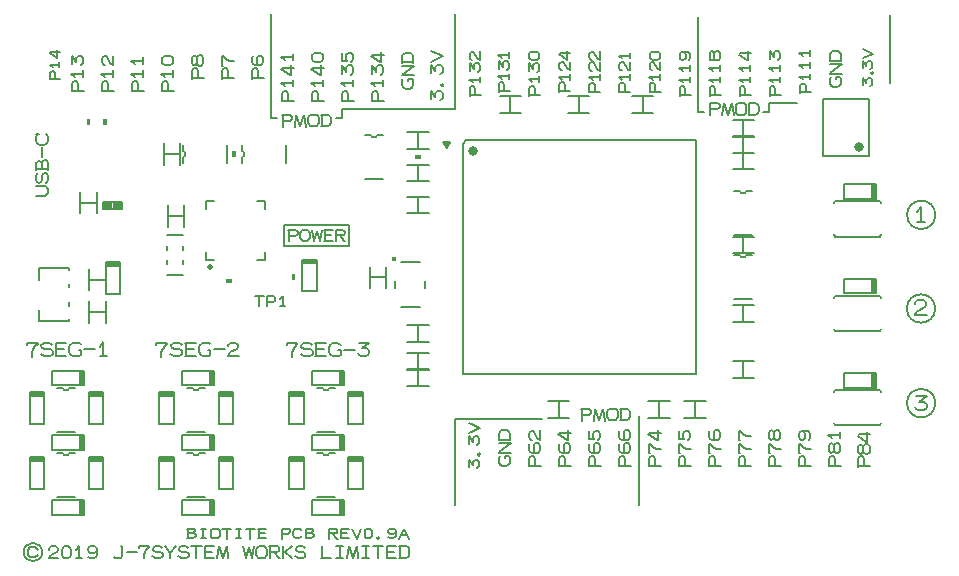
<source format=gto>
G71*G90*G75*D02*
%ASAXBY*OFA0B0*MOMM*FSLAX43Y43*IPPOS*%
%ADD12C,0.150*%
%ADD13C,0.200*%
%ADD18C,0.450*%
%ADD19C,0.500*%
%ADD24C,0.800*%
%ADD34C,0.175*%
%ADD36R,0.300X0.300*%
G54D36*
G01X146881Y183020D02*
Y183220D01*
X148241Y183020D02*
Y183220D01*
G54D13*
X149564Y175800D02*
Y176400D01*
X149374Y175800D02*
Y176400D01*
X149184Y175800D02*
Y176400D01*
X148994Y175800D02*
Y176400D01*
X148804Y175800D02*
Y176400D01*
X148614Y175800D02*
Y176400D01*
X148424Y175800D02*
Y176400D01*
X148234Y175800D02*
Y176400D01*
X148107D02*
Y175800D01*
X149707Y176400D02*
X148107D01*
X149707Y175800D02*
Y176400D01*
X148107Y175800D02*
X149707D01*
G54D12*
X146181Y175421D02*
Y177221D01*
X147581Y176321D02*
X146181D01*
X147581Y175421D02*
Y177221D01*
X143780Y156608D02*
Y155408D01*
X146180Y155514D02*
X146480D01*
X146180Y155656D02*
X146480D01*
X146180Y155798D02*
X146480D01*
X146180Y155940D02*
X146480D01*
X146180Y156082D02*
X146480D01*
X146180Y156224D02*
X146480D01*
X146180Y156366D02*
X146480D01*
X146180Y156508D02*
X146480D01*
Y156608D02*
Y155408D01*
X146180Y156608D02*
X146480D01*
X146180Y155408D02*
X146480D01*
X146180Y156608D02*
Y155408D01*
Y156608D02*
X143780D01*
Y155408D02*
X146180D01*
X144229Y160599D02*
X144729D01*
X144829Y160449D01*
X145229Y160599D02*
X145129Y160449D01*
X144829D01*
X145729Y160599D02*
X145229D01*
X145729Y156899D02*
X144229D01*
X146872Y157550D02*
X148072D01*
X147966Y159950D02*
Y160250D01*
X147824Y159950D02*
Y160250D01*
X147682Y159950D02*
Y160250D01*
X147540Y159950D02*
Y160250D01*
X147398Y159950D02*
Y160250D01*
X147256Y159950D02*
Y160250D01*
X147114Y159950D02*
Y160250D01*
X146972Y159950D02*
Y160250D01*
X146872D02*
X148072D01*
X146872Y159950D02*
Y160250D01*
X148072Y159950D02*
Y160250D01*
X146872Y159950D02*
X148072D01*
X146872D02*
Y157550D01*
X148072D02*
Y159950D01*
X141872Y157550D02*
X143072D01*
X142966Y159950D02*
Y160250D01*
X142824Y159950D02*
Y160250D01*
X142682Y159950D02*
Y160250D01*
X142540Y159950D02*
Y160250D01*
X142398Y159950D02*
Y160250D01*
X142256Y159950D02*
Y160250D01*
X142114Y159950D02*
Y160250D01*
X141972Y159950D02*
Y160250D01*
X141872D02*
X143072D01*
X141872Y159950D02*
Y160250D01*
X143072Y159950D02*
Y160250D01*
X141872Y159950D02*
X143072D01*
X141872D02*
Y157550D01*
X143072D02*
Y159950D01*
X143778Y162104D02*
Y160904D01*
X146178Y161010D02*
X146478D01*
X146178Y161152D02*
X146478D01*
X146178Y161294D02*
X146478D01*
X146178Y161436D02*
X146478D01*
X146178Y161578D02*
X146478D01*
X146178Y161720D02*
X146478D01*
X146178Y161862D02*
X146478D01*
X146178Y162004D02*
X146478D01*
Y162104D02*
Y160904D01*
X146178Y162104D02*
X146478D01*
X146178Y160904D02*
X146478D01*
X146178Y162104D02*
Y160904D01*
Y162104D02*
X143778D01*
Y160904D02*
X146178D01*
X144229Y155099D02*
X144729D01*
X144829Y154949D01*
X145229Y155099D02*
X145129Y154949D01*
X144829D01*
X145729Y155099D02*
X145229D01*
X145729Y151399D02*
X144229D01*
X143780Y151108D02*
Y149908D01*
X146180Y150014D02*
X146480D01*
X146180Y150156D02*
X146480D01*
X146180Y150298D02*
X146480D01*
X146180Y150440D02*
X146480D01*
X146180Y150582D02*
X146480D01*
X146180Y150724D02*
X146480D01*
X146180Y150866D02*
X146480D01*
X146180Y151008D02*
X146480D01*
Y151108D02*
Y149908D01*
X146180Y151108D02*
X146480D01*
X146180Y149908D02*
X146480D01*
X146180Y151108D02*
Y149908D01*
Y151108D02*
X143780D01*
Y149908D02*
X146180D01*
X141872Y152050D02*
X143072D01*
X142966Y154450D02*
Y154750D01*
X142824Y154450D02*
Y154750D01*
X142682Y154450D02*
Y154750D01*
X142540Y154450D02*
Y154750D01*
X142398Y154450D02*
Y154750D01*
X142256Y154450D02*
Y154750D01*
X142114Y154450D02*
Y154750D01*
X141972Y154450D02*
Y154750D01*
X141872D02*
X143072D01*
X141872Y154450D02*
Y154750D01*
X143072Y154450D02*
Y154750D01*
X141872Y154450D02*
X143072D01*
X141872D02*
Y152050D01*
X143072D02*
Y154450D01*
X146872Y152050D02*
X148072D01*
X147966Y154450D02*
Y154750D01*
X147824Y154450D02*
Y154750D01*
X147682Y154450D02*
Y154750D01*
X147540Y154450D02*
Y154750D01*
X147398Y154450D02*
Y154750D01*
X147256Y154450D02*
Y154750D01*
X147114Y154450D02*
Y154750D01*
X146972Y154450D02*
Y154750D01*
X146872D02*
X148072D01*
X146872Y154450D02*
Y154750D01*
X148072Y154450D02*
Y154750D01*
X146872Y154450D02*
X148072D01*
X146872D02*
Y152050D01*
X148072D02*
Y154450D01*
X154780Y156608D02*
Y155408D01*
X157180Y155514D02*
X157480D01*
X157180Y155656D02*
X157480D01*
X157180Y155798D02*
X157480D01*
X157180Y155940D02*
X157480D01*
X157180Y156082D02*
X157480D01*
X157180Y156224D02*
X157480D01*
X157180Y156366D02*
X157480D01*
X157180Y156508D02*
X157480D01*
Y156608D02*
Y155408D01*
X157180Y156608D02*
X157480D01*
X157180Y155408D02*
X157480D01*
X157180Y156608D02*
Y155408D01*
Y156608D02*
X154780D01*
Y155408D02*
X157180D01*
X155229Y160599D02*
X155729D01*
X155829Y160449D01*
X156229Y160599D02*
X156129Y160449D01*
X155829D01*
X156729Y160599D02*
X156229D01*
X156729Y156899D02*
X155229D01*
X157872Y157550D02*
X159072D01*
X158966Y159950D02*
Y160250D01*
X158824Y159950D02*
Y160250D01*
X158682Y159950D02*
Y160250D01*
X158540Y159950D02*
Y160250D01*
X158398Y159950D02*
Y160250D01*
X158256Y159950D02*
Y160250D01*
X158114Y159950D02*
Y160250D01*
X157972Y159950D02*
Y160250D01*
X157872D02*
X159072D01*
X157872Y159950D02*
Y160250D01*
X159072Y159950D02*
Y160250D01*
X157872Y159950D02*
X159072D01*
X157872D02*
Y157550D01*
X159072D02*
Y159950D01*
X152872Y157550D02*
X154072D01*
X153966Y159950D02*
Y160250D01*
X153824Y159950D02*
Y160250D01*
X153682Y159950D02*
Y160250D01*
X153540Y159950D02*
Y160250D01*
X153398Y159950D02*
Y160250D01*
X153256Y159950D02*
Y160250D01*
X153114Y159950D02*
Y160250D01*
X152972Y159950D02*
Y160250D01*
X152872D02*
X154072D01*
X152872Y159950D02*
Y160250D01*
X154072Y159950D02*
Y160250D01*
X152872Y159950D02*
X154072D01*
X152872D02*
Y157550D01*
X154072D02*
Y159950D01*
X154778Y162104D02*
Y160904D01*
X157178Y161010D02*
X157478D01*
X157178Y161152D02*
X157478D01*
X157178Y161294D02*
X157478D01*
X157178Y161436D02*
X157478D01*
X157178Y161578D02*
X157478D01*
X157178Y161720D02*
X157478D01*
X157178Y161862D02*
X157478D01*
X157178Y162004D02*
X157478D01*
Y162104D02*
Y160904D01*
X157178Y162104D02*
X157478D01*
X157178Y160904D02*
X157478D01*
X157178Y162104D02*
Y160904D01*
Y162104D02*
X154778D01*
Y160904D02*
X157178D01*
X155229Y155099D02*
X155729D01*
X155829Y154949D01*
X156229Y155099D02*
X156129Y154949D01*
X155829D01*
X156729Y155099D02*
X156229D01*
X156729Y151399D02*
X155229D01*
X154780Y151108D02*
Y149908D01*
X157180Y150014D02*
X157480D01*
X157180Y150156D02*
X157480D01*
X157180Y150298D02*
X157480D01*
X157180Y150440D02*
X157480D01*
X157180Y150582D02*
X157480D01*
X157180Y150724D02*
X157480D01*
X157180Y150866D02*
X157480D01*
X157180Y151008D02*
X157480D01*
Y151108D02*
Y149908D01*
X157180Y151108D02*
X157480D01*
X157180Y149908D02*
X157480D01*
X157180Y151108D02*
Y149908D01*
Y151108D02*
X154780D01*
Y149908D02*
X157180D01*
X152872Y152050D02*
X154072D01*
X153966Y154450D02*
Y154750D01*
X153824Y154450D02*
Y154750D01*
X153682Y154450D02*
Y154750D01*
X153540Y154450D02*
Y154750D01*
X153398Y154450D02*
Y154750D01*
X153256Y154450D02*
Y154750D01*
X153114Y154450D02*
Y154750D01*
X152972Y154450D02*
Y154750D01*
X152872D02*
X154072D01*
X152872Y154450D02*
Y154750D01*
X154072Y154450D02*
Y154750D01*
X152872Y154450D02*
X154072D01*
X152872D02*
Y152050D01*
X154072D02*
Y154450D01*
X157872Y152050D02*
X159072D01*
X158966Y154450D02*
Y154750D01*
X158824Y154450D02*
Y154750D01*
X158682Y154450D02*
Y154750D01*
X158540Y154450D02*
Y154750D01*
X158398Y154450D02*
Y154750D01*
X158256Y154450D02*
Y154750D01*
X158114Y154450D02*
Y154750D01*
X157972Y154450D02*
Y154750D01*
X157872D02*
X159072D01*
X157872Y154450D02*
Y154750D01*
X159072Y154450D02*
Y154750D01*
X157872Y154450D02*
X159072D01*
X157872D02*
Y152050D01*
X159072D02*
Y154450D01*
X165780Y156608D02*
Y155408D01*
X168180Y155514D02*
X168480D01*
X168180Y155656D02*
X168480D01*
X168180Y155798D02*
X168480D01*
X168180Y155940D02*
X168480D01*
X168180Y156082D02*
X168480D01*
X168180Y156224D02*
X168480D01*
X168180Y156366D02*
X168480D01*
X168180Y156508D02*
X168480D01*
Y156608D02*
Y155408D01*
X168180Y156608D02*
X168480D01*
X168180Y155408D02*
X168480D01*
X168180Y156608D02*
Y155408D01*
Y156608D02*
X165780D01*
Y155408D02*
X168180D01*
X166229Y160599D02*
X166729D01*
X166829Y160449D01*
X167229Y160599D02*
X167129Y160449D01*
X166829D01*
X167729Y160599D02*
X167229D01*
X167729Y156899D02*
X166229D01*
X168872Y157550D02*
X170072D01*
X169966Y159950D02*
Y160250D01*
X169824Y159950D02*
Y160250D01*
X169682Y159950D02*
Y160250D01*
X169540Y159950D02*
Y160250D01*
X169398Y159950D02*
Y160250D01*
X169256Y159950D02*
Y160250D01*
X169114Y159950D02*
Y160250D01*
X168972Y159950D02*
Y160250D01*
X168872D02*
X170072D01*
X168872Y159950D02*
Y160250D01*
X170072Y159950D02*
Y160250D01*
X168872Y159950D02*
X170072D01*
X168872D02*
Y157550D01*
X170072D02*
Y159950D01*
X163872Y157550D02*
X165072D01*
X164966Y159950D02*
Y160250D01*
X164824Y159950D02*
Y160250D01*
X164682Y159950D02*
Y160250D01*
X164540Y159950D02*
Y160250D01*
X164398Y159950D02*
Y160250D01*
X164256Y159950D02*
Y160250D01*
X164114Y159950D02*
Y160250D01*
X163972Y159950D02*
Y160250D01*
X163872D02*
X165072D01*
X163872Y159950D02*
Y160250D01*
X165072Y159950D02*
Y160250D01*
X163872Y159950D02*
X165072D01*
X163872D02*
Y157550D01*
X165072D02*
Y159950D01*
X165778Y162104D02*
Y160904D01*
X168178Y161010D02*
X168478D01*
X168178Y161152D02*
X168478D01*
X168178Y161294D02*
X168478D01*
X168178Y161436D02*
X168478D01*
X168178Y161578D02*
X168478D01*
X168178Y161720D02*
X168478D01*
X168178Y161862D02*
X168478D01*
X168178Y162004D02*
X168478D01*
Y162104D02*
Y160904D01*
X168178Y162104D02*
X168478D01*
X168178Y160904D02*
X168478D01*
X168178Y162104D02*
Y160904D01*
Y162104D02*
X165778D01*
Y160904D02*
X168178D01*
X166229Y155099D02*
X166729D01*
X166829Y154949D01*
X167229Y155099D02*
X167129Y154949D01*
X166829D01*
X167729Y155099D02*
X167229D01*
X167729Y151399D02*
X166229D01*
X165780Y151108D02*
Y149908D01*
X168180Y150014D02*
X168480D01*
X168180Y150156D02*
X168480D01*
X168180Y150298D02*
X168480D01*
X168180Y150440D02*
X168480D01*
X168180Y150582D02*
X168480D01*
X168180Y150724D02*
X168480D01*
X168180Y150866D02*
X168480D01*
X168180Y151008D02*
X168480D01*
Y151108D02*
Y149908D01*
X168180Y151108D02*
X168480D01*
X168180Y149908D02*
X168480D01*
X168180Y151108D02*
Y149908D01*
Y151108D02*
X165780D01*
Y149908D02*
X168180D01*
X163872Y152050D02*
X165072D01*
X164966Y154450D02*
Y154750D01*
X164824Y154450D02*
Y154750D01*
X164682Y154450D02*
Y154750D01*
X164540Y154450D02*
Y154750D01*
X164398Y154450D02*
Y154750D01*
X164256Y154450D02*
Y154750D01*
X164114Y154450D02*
Y154750D01*
X163972Y154450D02*
Y154750D01*
X163872D02*
X165072D01*
X163872Y154450D02*
Y154750D01*
X165072Y154450D02*
Y154750D01*
X163872Y154450D02*
X165072D01*
X163872D02*
Y152050D01*
X165072D02*
Y154450D01*
X168872Y152050D02*
X170072D01*
X169966Y154450D02*
Y154750D01*
X169824Y154450D02*
Y154750D01*
X169682Y154450D02*
Y154750D01*
X169540Y154450D02*
Y154750D01*
X169398Y154450D02*
Y154750D01*
X169256Y154450D02*
Y154750D01*
X169114Y154450D02*
Y154750D01*
X168972Y154450D02*
Y154750D01*
X168872D02*
X170072D01*
X168872Y154450D02*
Y154750D01*
X170072Y154450D02*
Y154750D01*
X168872Y154450D02*
X170072D01*
X168872D02*
Y152050D01*
X170072D02*
Y154450D01*
X210800Y177858D02*
Y176658D01*
X213200Y176764D02*
X213500D01*
X213200Y176906D02*
X213500D01*
X213200Y177048D02*
X213500D01*
X213200Y177190D02*
X213500D01*
X213200Y177332D02*
X213500D01*
X213200Y177474D02*
X213500D01*
X213200Y177616D02*
X213500D01*
X213200Y177758D02*
X213500D01*
Y177858D02*
Y176658D01*
X213200Y177858D02*
X213500D01*
X213200Y176658D02*
X213500D01*
X213200Y177858D02*
Y176658D01*
Y177858D02*
X210800D01*
Y176658D02*
X213200D01*
G54D13*
X210100Y176450D02*
X213900D01*
X210100Y173450D02*
X213900D01*
X210000Y176250D02*
X210100Y176450D01*
X213900D02*
X214000Y176250D01*
X210000Y173650D02*
X210100Y173450D01*
X213900D02*
X214000Y173650D01*
G54D12*
X210800Y169858D02*
Y168658D01*
X213200Y168764D02*
X213500D01*
X213200Y168906D02*
X213500D01*
X213200Y169048D02*
X213500D01*
X213200Y169190D02*
X213500D01*
X213200Y169332D02*
X213500D01*
X213200Y169474D02*
X213500D01*
X213200Y169616D02*
X213500D01*
X213200Y169758D02*
X213500D01*
Y169858D02*
Y168658D01*
X213200Y169858D02*
X213500D01*
X213200Y168658D02*
X213500D01*
X213200Y169858D02*
Y168658D01*
Y169858D02*
X210800D01*
Y168658D02*
X213200D01*
G54D13*
X210100Y168450D02*
X213900D01*
X210100Y165450D02*
X213900D01*
X210000Y168250D02*
X210100Y168450D01*
X213900D02*
X214000Y168250D01*
X210000Y165650D02*
X210100Y165450D01*
X213900D02*
X214000Y165650D01*
G54D12*
X210800Y161858D02*
Y160658D01*
X213200Y160764D02*
X213500D01*
X213200Y160906D02*
X213500D01*
X213200Y161048D02*
X213500D01*
X213200Y161190D02*
X213500D01*
X213200Y161332D02*
X213500D01*
X213200Y161474D02*
X213500D01*
X213200Y161616D02*
X213500D01*
X213200Y161758D02*
X213500D01*
Y161858D02*
Y160658D01*
X213200Y161858D02*
X213500D01*
X213200Y160658D02*
X213500D01*
X213200Y161858D02*
Y160658D01*
Y161858D02*
X210800D01*
Y160658D02*
X213200D01*
G54D13*
X210100Y160450D02*
X213900D01*
X210100Y157450D02*
X213900D01*
X210000Y160250D02*
X210100Y160450D01*
X213900D02*
X214000Y160250D01*
X210000Y157650D02*
X210100Y157450D01*
X213900D02*
X214000Y157650D01*
X204000Y184000D02*
X204500D01*
Y184750D01*
X198500Y192000D02*
Y184000D01*
X199000D02*
X198500D01*
X193500Y158250D02*
Y150750D01*
X162320Y183500D02*
X162820D01*
X162320Y192250D02*
Y183500D01*
X167820D02*
X168320D01*
Y184250D01*
X177910D01*
Y192250D02*
Y184250D01*
Y150750D02*
Y158000D01*
G54D12*
X144438Y186785D02*
X143594D01*
Y186754D02*
Y187285D01*
X143656Y187410D01*
X143750Y187472D01*
X143875D01*
X143969Y187410D01*
X144031Y187285D01*
Y186785D01*
X144406Y188216D02*
Y187779D01*
Y187998D02*
X143562D01*
X143844Y187779D01*
X143562Y188991D02*
X144156Y188554D01*
X144219D01*
Y189272D01*
X143625Y189085D02*
X144438D01*
X164234Y184954D02*
X163222D01*
Y184916D02*
Y185554D01*
X163296Y185704D01*
X163409Y185779D01*
X163559D01*
X163672Y185704D01*
X163746Y185554D01*
Y184954D01*
X164196Y186692D02*
Y186166D01*
Y186429D02*
X163184D01*
X163522Y186166D01*
X163184Y187642D02*
X163896Y187116D01*
X163972D01*
Y187979D01*
X163259Y187754D02*
X164234D01*
X164196Y188892D02*
Y188366D01*
Y188629D02*
X163184D01*
X163522Y188366D01*
X166774Y184954D02*
X165762D01*
Y184916D02*
Y185554D01*
X165836Y185704D01*
X165949Y185779D01*
X166099D01*
X166212Y185704D01*
X166286Y185554D01*
Y184954D01*
X166736Y186692D02*
Y186166D01*
Y186429D02*
X165724D01*
X166062Y186166D01*
X165724Y187642D02*
X166436Y187116D01*
X166512D01*
Y187979D01*
X165799Y187754D02*
X166774D01*
X166736Y188442D02*
X166624Y188329D01*
X166474Y188254D01*
X166062D01*
X165874Y188329D01*
X165762Y188442D01*
Y188816D01*
X165874Y188929D01*
X166024Y189004D01*
X166474D01*
X166624Y188929D01*
X166736Y188816D01*
Y188442D01*
X169314Y184954D02*
X168302D01*
Y184916D02*
Y185554D01*
X168376Y185704D01*
X168489Y185779D01*
X168639D01*
X168752Y185704D01*
X168826Y185554D01*
Y184954D01*
X169276Y186692D02*
Y186166D01*
Y186429D02*
X168264D01*
X168602Y186166D01*
X168302Y187229D02*
Y187942D01*
X168676Y187416D01*
Y187716D01*
X168752Y187866D01*
X168902Y187942D01*
X169052D01*
X169202Y187866D01*
X169276Y187716D01*
Y187342D01*
X169202Y187229D01*
X169052Y187154D01*
X168302Y188966D02*
Y188292D01*
X168789D01*
X168639Y188442D01*
Y188779D01*
X168714Y188929D01*
X168864Y189004D01*
X169052D01*
X169202Y188929D01*
X169276Y188779D01*
Y188479D01*
X169202Y188329D01*
X169089Y188254D01*
X171854Y184954D02*
X170842D01*
Y184916D02*
Y185554D01*
X170916Y185704D01*
X171029Y185779D01*
X171179D01*
X171292Y185704D01*
X171366Y185554D01*
Y184954D01*
X171816Y186692D02*
Y186166D01*
Y186429D02*
X170804D01*
X171142Y186166D01*
X170842Y187229D02*
Y187942D01*
X171216Y187416D01*
Y187716D01*
X171292Y187866D01*
X171442Y187942D01*
X171592D01*
X171742Y187866D01*
X171816Y187716D01*
Y187342D01*
X171742Y187229D01*
X171592Y187154D01*
X170804Y188742D02*
X171516Y188216D01*
X171592D01*
Y189079D01*
X170879Y188854D02*
X171854D01*
X148994Y185775D02*
X147982D01*
Y185738D02*
Y186375D01*
X148056Y186525D01*
X148169Y186600D01*
X148319D01*
X148432Y186525D01*
X148506Y186375D01*
Y185775D01*
X148956Y187512D02*
Y186988D01*
Y187250D02*
X147944D01*
X148282Y186988D01*
X148244Y187975D02*
X148169D01*
X148056Y188050D01*
X147982Y188200D01*
Y188500D01*
X148056Y188650D01*
X148169Y188725D01*
X148319D01*
X148432Y188650D01*
X148694Y188162D01*
X148806Y188050D01*
X148956Y187975D01*
Y188762D01*
X151534Y185775D02*
X150522D01*
Y185738D02*
Y186375D01*
X150596Y186525D01*
X150709Y186600D01*
X150859D01*
X150972Y186525D01*
X151046Y186375D01*
Y185775D01*
X151496Y187512D02*
Y186988D01*
Y187250D02*
X150484D01*
X150822Y186988D01*
X151496Y188612D02*
Y188088D01*
Y188350D02*
X150484D01*
X150822Y188088D01*
X154074Y185775D02*
X153062D01*
Y185738D02*
Y186375D01*
X153136Y186525D01*
X153249Y186600D01*
X153399D01*
X153512Y186525D01*
X153586Y186375D01*
Y185775D01*
X154036Y187512D02*
Y186988D01*
Y187250D02*
X153024D01*
X153362Y186988D01*
X154036Y188162D02*
X153924Y188050D01*
X153774Y187975D01*
X153362D01*
X153174Y188050D01*
X153062Y188162D01*
Y188538D01*
X153174Y188650D01*
X153324Y188725D01*
X153774D01*
X153924Y188650D01*
X154036Y188538D01*
Y188162D01*
X146454Y185775D02*
X145442D01*
Y185738D02*
Y186375D01*
X145516Y186525D01*
X145629Y186600D01*
X145779D01*
X145892Y186525D01*
X145966Y186375D01*
Y185775D01*
X146416Y187512D02*
Y186988D01*
Y187250D02*
X145404D01*
X145742Y186988D01*
X145442Y188050D02*
Y188762D01*
X145816Y188238D01*
Y188538D01*
X145892Y188688D01*
X146042Y188762D01*
X146192D01*
X146342Y188688D01*
X146416Y188538D01*
Y188162D01*
X146342Y188050D01*
X146192Y187975D01*
X156614Y186860D02*
X155602D01*
Y186822D02*
Y187460D01*
X155676Y187610D01*
X155789Y187685D01*
X155939D01*
X156052Y187610D01*
X156126Y187460D01*
Y186860D01*
X156014Y188560D02*
Y188148D01*
X156126Y187998D01*
X156239Y187922D01*
X156389D01*
X156502Y187998D01*
X156576Y188148D01*
Y188560D01*
X156502Y188710D01*
X156389Y188785D01*
X156239D01*
X156126Y188710D01*
X156014Y188560D01*
Y188522D02*
X155939Y188710D01*
X155826Y188748D01*
X155789D01*
X155676Y188710D01*
X155602Y188560D01*
Y188148D01*
X155676Y187998D01*
X155789Y187960D01*
X155826D01*
X155939Y187998D01*
X156014Y188185D01*
X159154Y186860D02*
X158142D01*
Y186822D02*
Y187460D01*
X158216Y187610D01*
X158329Y187685D01*
X158479D01*
X158592Y187610D01*
X158666Y187460D01*
Y186860D01*
X158292Y187922D02*
X158142D01*
Y188710D01*
X158216D01*
X158404Y188522D01*
X158629Y188372D01*
X158854Y188298D01*
X159154D01*
X161694Y186860D02*
X160682D01*
Y186822D02*
Y187460D01*
X160756Y187610D01*
X160869Y187685D01*
X161019D01*
X161132Y187610D01*
X161206Y187460D01*
Y186860D01*
X160832Y188710D02*
X160719Y188598D01*
X160682Y188485D01*
Y188222D01*
X160794Y188035D01*
X160982Y187960D01*
X161432D01*
X161582Y188035D01*
X161656Y188185D01*
Y188522D01*
X161582Y188672D01*
X161432Y188748D01*
X161282D01*
X161169Y188672D01*
X161094Y188522D01*
Y188148D01*
X161206Y187960D01*
X163294Y182754D02*
Y183766D01*
X163256D02*
X163894D01*
X164044Y183692D01*
X164119Y183579D01*
Y183429D01*
X164044Y183316D01*
X163894Y183242D01*
X163294D01*
X164319Y182754D02*
X164469Y183766D01*
X164806Y182792D01*
X165144Y183766D01*
X165294Y182754D01*
X166132Y183766D02*
X165682D01*
X165606Y183729D01*
X165494Y183616D01*
X165456Y183504D01*
Y183054D01*
X165494Y182942D01*
X165606Y182829D01*
X165682Y182792D01*
X166132D01*
X166206Y182829D01*
X166319Y182942D01*
X166356Y183054D01*
Y183504D01*
X166319Y183616D01*
X166206Y183729D01*
X166132Y183766D01*
X166556D02*
X167119D01*
X167269Y183692D01*
X167344Y183616D01*
X167419Y183466D01*
Y183092D01*
X167344Y182942D01*
X167269Y182866D01*
X167119Y182792D01*
X166556D01*
X166594D02*
Y183766D01*
G54D34*
X141634Y164278D02*
Y164453D01*
X142553D01*
Y164365D01*
X142334Y164146D01*
X142159Y163884D01*
X142072Y163622D01*
Y163272D01*
X143797Y164278D02*
X143709Y164365D01*
X143534Y164453D01*
X143140D01*
X142966Y164365D01*
X142878Y164234D01*
Y164146D01*
X142966Y164015D01*
X143184Y163928D01*
X143578D01*
X143753Y163840D01*
X143840Y163709D01*
Y163534D01*
X143753Y163403D01*
X143578Y163315D01*
X143140D01*
X142966Y163403D01*
X142834Y163534D01*
X144078Y164453D02*
X144997D01*
Y163315D02*
X144078D01*
X144122D02*
Y164453D01*
Y163928D02*
X144822D01*
X146197Y164322D02*
X146066Y164409D01*
X145934Y164453D01*
X145584D01*
X145409Y164365D01*
X145322Y164278D01*
X145234Y164059D01*
Y163709D01*
X145322Y163490D01*
X145409Y163403D01*
X145584Y163315D01*
X145934D01*
X146066Y163359D01*
X146197Y163446D01*
Y163840D01*
X146022D01*
X146478Y163884D02*
X147440D01*
X148422Y163315D02*
X147809D01*
X148116D02*
Y164496D01*
X147809Y164103D01*
X152606Y164288D02*
Y164463D01*
X153525D01*
Y164375D01*
X153306Y164156D01*
X153131Y163894D01*
X153044Y163632D01*
Y163282D01*
X154769Y164288D02*
X154681Y164375D01*
X154506Y164463D01*
X154112D01*
X153938Y164375D01*
X153850Y164244D01*
Y164156D01*
X153938Y164025D01*
X154156Y163938D01*
X154550D01*
X154725Y163850D01*
X154812Y163719D01*
Y163544D01*
X154725Y163413D01*
X154550Y163325D01*
X154112D01*
X153938Y163413D01*
X153806Y163544D01*
X155050Y164463D02*
X155969D01*
Y163325D02*
X155050D01*
X155094D02*
Y164463D01*
Y163938D02*
X155794D01*
X157169Y164332D02*
X157038Y164419D01*
X156906Y164463D01*
X156556D01*
X156381Y164375D01*
X156294Y164288D01*
X156206Y164069D01*
Y163719D01*
X156294Y163500D01*
X156381Y163413D01*
X156556Y163325D01*
X156906D01*
X157038Y163369D01*
X157169Y163456D01*
Y163850D01*
X156994D01*
X157450Y163894D02*
X158412D01*
X158650Y164156D02*
Y164244D01*
X158738Y164375D01*
X158912Y164463D01*
X159262D01*
X159438Y164375D01*
X159525Y164244D01*
Y164069D01*
X159438Y163938D01*
X158869Y163632D01*
X158738Y163500D01*
X158650Y163325D01*
X159569D01*
X163638Y164260D02*
Y164435D01*
X164557D01*
Y164347D01*
X164338Y164128D01*
X164163Y163866D01*
X164076Y163604D01*
Y163254D01*
X165801Y164260D02*
X165713Y164347D01*
X165538Y164435D01*
X165144D01*
X164970Y164347D01*
X164882Y164216D01*
Y164128D01*
X164970Y163997D01*
X165188Y163910D01*
X165582D01*
X165757Y163822D01*
X165844Y163691D01*
Y163516D01*
X165757Y163385D01*
X165582Y163297D01*
X165144D01*
X164970Y163385D01*
X164838Y163516D01*
X166082Y164435D02*
X167001D01*
Y163297D02*
X166082D01*
X166126D02*
Y164435D01*
Y163910D02*
X166826D01*
X168201Y164304D02*
X168070Y164391D01*
X167938Y164435D01*
X167588D01*
X167413Y164347D01*
X167326Y164260D01*
X167238Y164041D01*
Y163691D01*
X167326Y163472D01*
X167413Y163385D01*
X167588Y163297D01*
X167938D01*
X168070Y163341D01*
X168201Y163428D01*
Y163822D01*
X168026D01*
X168482Y163866D02*
X169444D01*
X169770Y164435D02*
X170601D01*
X169988Y163997D01*
X170338D01*
X170513Y163910D01*
X170601Y163735D01*
Y163560D01*
X170513Y163385D01*
X170338Y163297D01*
X169901D01*
X169770Y163385D01*
X169682Y163560D01*
G54D13*
X214720Y192234D02*
Y186484D01*
G54D12*
X212416Y186286D02*
Y186879D01*
X212728Y186442D01*
Y186692D01*
X212791Y186817D01*
X212916Y186879D01*
X213041D01*
X213166Y186817D01*
X213228Y186692D01*
Y186379D01*
X213166Y186286D01*
X213041Y186223D01*
X213166Y187248D02*
Y187310D01*
X213228D01*
Y187217D01*
X213197Y187186D01*
X213103Y187279D01*
X213197Y187373D01*
X213291Y187279D01*
X213228Y187217D01*
X213197D01*
Y187342D01*
X213134Y187279D02*
X213260D01*
X212416Y187730D02*
Y188323D01*
X212728Y187886D01*
Y188136D01*
X212791Y188261D01*
X212916Y188323D01*
X213041D01*
X213166Y188261D01*
X213228Y188136D01*
Y187823D01*
X213166Y187730D01*
X213041Y187667D01*
X212416Y188536D02*
X213260Y188911D01*
X212416Y189286D01*
X209731Y186926D02*
X209656Y186814D01*
X209618Y186702D01*
Y186402D01*
X209694Y186252D01*
X209768Y186176D01*
X209956Y186102D01*
X210256D01*
X210444Y186176D01*
X210518Y186252D01*
X210594Y186402D01*
Y186702D01*
X210556Y186814D01*
X210481Y186926D01*
X210144D01*
Y186776D01*
X210631Y187239D02*
X209618D01*
Y187276D01*
X210631Y188064D01*
X209618D01*
Y188302D02*
Y188864D01*
X209694Y189014D01*
X209768Y189089D01*
X209918Y189164D01*
X210294D01*
X210444Y189089D01*
X210518Y189014D01*
X210594Y188864D01*
Y188302D01*
Y188339D02*
X209618D01*
X180055Y185396D02*
X179127D01*
Y185362D02*
Y185946D01*
X179196Y186084D01*
X179299Y186153D01*
X179436D01*
X179540Y186084D01*
X179608Y185946D01*
Y185396D01*
X180021Y186981D02*
Y186500D01*
Y186740D02*
X179093D01*
X179402Y186500D01*
X179127Y187465D02*
Y188118D01*
X179471Y187637D01*
Y187912D01*
X179540Y188050D01*
X179677Y188118D01*
X179815D01*
X179952Y188050D01*
X180021Y187912D01*
Y187568D01*
X179952Y187465D01*
X179815Y187396D01*
X179368Y188396D02*
X179299D01*
X179196Y188465D01*
X179127Y188603D01*
Y188878D01*
X179196Y189015D01*
X179299Y189084D01*
X179436D01*
X179540Y189015D01*
X179780Y188568D01*
X179883Y188465D01*
X180021Y188396D01*
Y189118D01*
X197835Y185396D02*
X196907D01*
Y185362D02*
Y185946D01*
X196976Y186084D01*
X197079Y186153D01*
X197216D01*
X197320Y186084D01*
X197388Y185946D01*
Y185396D01*
X197801Y186981D02*
Y186500D01*
Y186740D02*
X196873D01*
X197182Y186500D01*
X197801Y187981D02*
Y187500D01*
Y187740D02*
X196873D01*
X197182Y187500D01*
X197732Y188396D02*
X197801Y188534D01*
Y188878D01*
X197732Y189015D01*
X197595Y189084D01*
X197113D01*
X196976Y189015D01*
X196907Y188878D01*
Y188603D01*
X196976Y188465D01*
X197113Y188396D01*
X197216D01*
X197354Y188465D01*
X197423Y188568D01*
Y188843D01*
X197354Y188981D01*
X197251Y189084D01*
X200375Y185396D02*
X199447D01*
Y185362D02*
Y185946D01*
X199516Y186084D01*
X199619Y186153D01*
X199756D01*
X199860Y186084D01*
X199928Y185946D01*
Y185396D01*
X200341Y186981D02*
Y186500D01*
Y186740D02*
X199413D01*
X199722Y186500D01*
X200341Y187981D02*
Y187500D01*
Y187740D02*
X199413D01*
X199722Y187500D01*
X199825Y188946D02*
Y188568D01*
X199928Y188431D01*
X200032Y188362D01*
X200169D01*
X200272Y188431D01*
X200341Y188568D01*
Y188946D01*
X200272Y189084D01*
X200169Y189153D01*
X200032D01*
X199928Y189084D01*
X199825Y188946D01*
Y188912D02*
X199756Y189084D01*
X199653Y189118D01*
X199619D01*
X199516Y189084D01*
X199447Y188946D01*
Y188568D01*
X199516Y188431D01*
X199619Y188396D01*
X199653D01*
X199756Y188431D01*
X199825Y188603D01*
X202915Y185396D02*
X201987D01*
Y185362D02*
Y185946D01*
X202056Y186084D01*
X202159Y186153D01*
X202296D01*
X202400Y186084D01*
X202468Y185946D01*
Y185396D01*
X202881Y186981D02*
Y186500D01*
Y186740D02*
X201953D01*
X202262Y186500D01*
X202881Y187981D02*
Y187500D01*
Y187740D02*
X201953D01*
X202262Y187500D01*
X201953Y188843D02*
X202606Y188362D01*
X202675D01*
Y189153D01*
X202022Y188946D02*
X202915D01*
X205455Y185396D02*
X204527D01*
Y185362D02*
Y185946D01*
X204596Y186084D01*
X204699Y186153D01*
X204836D01*
X204940Y186084D01*
X205008Y185946D01*
Y185396D01*
X205421Y186981D02*
Y186500D01*
Y186740D02*
X204493D01*
X204802Y186500D01*
X205421Y187981D02*
Y187500D01*
Y187740D02*
X204493D01*
X204802Y187500D01*
X204527Y188465D02*
Y189118D01*
X204871Y188637D01*
Y188912D01*
X204940Y189050D01*
X205077Y189118D01*
X205215D01*
X205352Y189050D01*
X205421Y188912D01*
Y188568D01*
X205352Y188465D01*
X205215Y188396D01*
X190192Y185702D02*
X189264D01*
Y185667D02*
Y186252D01*
X189333Y186389D01*
X189436Y186458D01*
X189574D01*
X189677Y186389D01*
X189745Y186252D01*
Y185702D01*
X190158Y187186D02*
Y186705D01*
Y186945D02*
X189230D01*
X189539Y186705D01*
X189505Y187502D02*
X189436D01*
X189333Y187570D01*
X189264Y187708D01*
Y187983D01*
X189333Y188120D01*
X189436Y188189D01*
X189574D01*
X189677Y188120D01*
X189917Y187673D01*
X190020Y187570D01*
X190158Y187502D01*
Y188223D01*
X189505Y188402D02*
X189436D01*
X189333Y188470D01*
X189264Y188608D01*
Y188883D01*
X189333Y189020D01*
X189436Y189089D01*
X189574D01*
X189677Y189020D01*
X189917Y188573D01*
X190020Y188470D01*
X190158Y188402D01*
Y189123D01*
X195295Y185724D02*
X194367D01*
Y185689D02*
Y186274D01*
X194436Y186411D01*
X194539Y186480D01*
X194676D01*
X194780Y186411D01*
X194848Y186274D01*
Y185724D01*
X195261Y187208D02*
Y186727D01*
Y186967D02*
X194333D01*
X194642Y186727D01*
X194608Y187524D02*
X194539D01*
X194436Y187592D01*
X194367Y187730D01*
Y188005D01*
X194436Y188142D01*
X194539Y188211D01*
X194676D01*
X194780Y188142D01*
X195020Y187695D01*
X195123Y187592D01*
X195261Y187524D01*
Y188245D01*
Y188595D02*
X195158Y188492D01*
X195020Y188424D01*
X194642D01*
X194470Y188492D01*
X194367Y188595D01*
Y188939D01*
X194470Y189042D01*
X194608Y189111D01*
X195020D01*
X195158Y189042D01*
X195261Y188939D01*
Y188595D01*
X192762Y154040D02*
X191750D01*
Y154002D02*
Y154640D01*
X191824Y154790D01*
X191937Y154865D01*
X192087D01*
X192200Y154790D01*
X192274Y154640D01*
Y154040D01*
X191900Y155890D02*
X191787Y155778D01*
X191750Y155665D01*
Y155402D01*
X191862Y155215D01*
X192050Y155140D01*
X192500D01*
X192650Y155215D01*
X192724Y155365D01*
Y155702D01*
X192650Y155852D01*
X192500Y155928D01*
X192350D01*
X192237Y155852D01*
X192162Y155702D01*
Y155328D01*
X192274Y155140D01*
X191900Y156990D02*
X191787Y156878D01*
X191750Y156765D01*
Y156502D01*
X191862Y156315D01*
X192050Y156240D01*
X192500D01*
X192650Y156315D01*
X192724Y156465D01*
Y156802D01*
X192650Y156952D01*
X192500Y157028D01*
X192350D01*
X192237Y156952D01*
X192162Y156802D01*
Y156428D01*
X192274Y156240D01*
X190222Y154040D02*
X189210D01*
Y154002D02*
Y154640D01*
X189284Y154790D01*
X189397Y154865D01*
X189547D01*
X189660Y154790D01*
X189734Y154640D01*
Y154040D01*
X189360Y155890D02*
X189247Y155778D01*
X189210Y155665D01*
Y155402D01*
X189322Y155215D01*
X189510Y155140D01*
X189960D01*
X190110Y155215D01*
X190184Y155365D01*
Y155702D01*
X190110Y155852D01*
X189960Y155928D01*
X189810D01*
X189697Y155852D01*
X189622Y155702D01*
Y155328D01*
X189734Y155140D01*
X189210Y156952D02*
Y156278D01*
X189697D01*
X189547Y156428D01*
Y156765D01*
X189622Y156915D01*
X189772Y156990D01*
X189960D01*
X190110Y156915D01*
X190184Y156765D01*
Y156465D01*
X190110Y156315D01*
X189997Y156240D01*
X187682Y154040D02*
X186670D01*
Y154002D02*
Y154640D01*
X186744Y154790D01*
X186857Y154865D01*
X187007D01*
X187120Y154790D01*
X187194Y154640D01*
Y154040D01*
X186820Y155890D02*
X186707Y155778D01*
X186670Y155665D01*
Y155402D01*
X186782Y155215D01*
X186970Y155140D01*
X187420D01*
X187570Y155215D01*
X187644Y155365D01*
Y155702D01*
X187570Y155852D01*
X187420Y155928D01*
X187270D01*
X187157Y155852D01*
X187082Y155702D01*
Y155328D01*
X187194Y155140D01*
X186632Y156728D02*
X187344Y156202D01*
X187420D01*
Y157065D01*
X186707Y156840D02*
X187682D01*
X185142Y154040D02*
X184130D01*
Y154002D02*
Y154640D01*
X184204Y154790D01*
X184317Y154865D01*
X184467D01*
X184580Y154790D01*
X184654Y154640D01*
Y154040D01*
X184280Y155890D02*
X184167Y155778D01*
X184130Y155665D01*
Y155402D01*
X184242Y155215D01*
X184430Y155140D01*
X184880D01*
X185030Y155215D01*
X185104Y155365D01*
Y155702D01*
X185030Y155852D01*
X184880Y155928D01*
X184730D01*
X184617Y155852D01*
X184542Y155702D01*
Y155328D01*
X184654Y155140D01*
X184392Y156240D02*
X184317D01*
X184204Y156315D01*
X184130Y156465D01*
Y156765D01*
X184204Y156915D01*
X184317Y156990D01*
X184467D01*
X184580Y156915D01*
X184842Y156428D01*
X184954Y156315D01*
X185104Y156240D01*
Y157028D01*
X181702Y154828D02*
X181627Y154715D01*
X181590Y154602D01*
Y154302D01*
X181664Y154152D01*
X181740Y154078D01*
X181927Y154002D01*
X182227D01*
X182414Y154078D01*
X182490Y154152D01*
X182564Y154302D01*
Y154602D01*
X182527Y154715D01*
X182452Y154828D01*
X182114D01*
Y154678D01*
X182602Y155140D02*
X181590D01*
Y155178D01*
X182602Y155965D01*
X181590D01*
Y156202D02*
Y156765D01*
X181664Y156915D01*
X181740Y156990D01*
X181890Y157065D01*
X182264D01*
X182414Y156990D01*
X182490Y156915D01*
X182564Y156765D01*
Y156202D01*
Y156240D02*
X181590D01*
X210542Y154040D02*
X209530D01*
Y154002D02*
Y154640D01*
X209604Y154790D01*
X209717Y154865D01*
X209867D01*
X209980Y154790D01*
X210054Y154640D01*
Y154040D01*
X209942Y155740D02*
Y155328D01*
X210054Y155178D01*
X210167Y155102D01*
X210317D01*
X210430Y155178D01*
X210504Y155328D01*
Y155740D01*
X210430Y155890D01*
X210317Y155965D01*
X210167D01*
X210054Y155890D01*
X209942Y155740D01*
Y155702D02*
X209867Y155890D01*
X209754Y155928D01*
X209717D01*
X209604Y155890D01*
X209530Y155740D01*
Y155328D01*
X209604Y155178D01*
X209717Y155140D01*
X209754D01*
X209867Y155178D01*
X209942Y155365D01*
X210504Y156878D02*
Y156352D01*
Y156615D02*
X209492D01*
X209830Y156352D01*
X208002Y154040D02*
X206990D01*
Y154002D02*
Y154640D01*
X207064Y154790D01*
X207177Y154865D01*
X207327D01*
X207440Y154790D01*
X207514Y154640D01*
Y154040D01*
X207140Y155102D02*
X206990D01*
Y155890D01*
X207064D01*
X207252Y155702D01*
X207477Y155552D01*
X207702Y155478D01*
X208002D01*
X207890Y156240D02*
X207964Y156390D01*
Y156765D01*
X207890Y156915D01*
X207740Y156990D01*
X207214D01*
X207064Y156915D01*
X206990Y156765D01*
Y156465D01*
X207064Y156315D01*
X207214Y156240D01*
X207327D01*
X207477Y156315D01*
X207552Y156428D01*
Y156728D01*
X207477Y156878D01*
X207364Y156990D01*
X205462Y154040D02*
X204450D01*
Y154002D02*
Y154640D01*
X204524Y154790D01*
X204637Y154865D01*
X204787D01*
X204900Y154790D01*
X204974Y154640D01*
Y154040D01*
X204600Y155102D02*
X204450D01*
Y155890D01*
X204524D01*
X204712Y155702D01*
X204937Y155552D01*
X205162Y155478D01*
X205462D01*
X204862Y156840D02*
Y156428D01*
X204974Y156278D01*
X205087Y156202D01*
X205237D01*
X205350Y156278D01*
X205424Y156428D01*
Y156840D01*
X205350Y156990D01*
X205237Y157065D01*
X205087D01*
X204974Y156990D01*
X204862Y156840D01*
Y156802D02*
X204787Y156990D01*
X204674Y157028D01*
X204637D01*
X204524Y156990D01*
X204450Y156840D01*
Y156428D01*
X204524Y156278D01*
X204637Y156240D01*
X204674D01*
X204787Y156278D01*
X204862Y156465D01*
X202922Y154040D02*
X201910D01*
Y154002D02*
Y154640D01*
X201984Y154790D01*
X202097Y154865D01*
X202247D01*
X202360Y154790D01*
X202434Y154640D01*
Y154040D01*
X202060Y155102D02*
X201910D01*
Y155890D01*
X201984D01*
X202172Y155702D01*
X202397Y155552D01*
X202622Y155478D01*
X202922D01*
X202060Y156202D02*
X201910D01*
Y156990D01*
X201984D01*
X202172Y156802D01*
X202397Y156652D01*
X202622Y156578D01*
X202922D01*
X200382Y154040D02*
X199370D01*
Y154002D02*
Y154640D01*
X199444Y154790D01*
X199557Y154865D01*
X199707D01*
X199820Y154790D01*
X199894Y154640D01*
Y154040D01*
X199520Y155102D02*
X199370D01*
Y155890D01*
X199444D01*
X199632Y155702D01*
X199857Y155552D01*
X200082Y155478D01*
X200382D01*
X199520Y156990D02*
X199407Y156878D01*
X199370Y156765D01*
Y156502D01*
X199482Y156315D01*
X199670Y156240D01*
X200120D01*
X200270Y156315D01*
X200344Y156465D01*
Y156802D01*
X200270Y156952D01*
X200120Y157028D01*
X199970D01*
X199857Y156952D01*
X199782Y156802D01*
Y156428D01*
X199894Y156240D01*
X197842Y154040D02*
X196830D01*
Y154002D02*
Y154640D01*
X196904Y154790D01*
X197017Y154865D01*
X197167D01*
X197280Y154790D01*
X197354Y154640D01*
Y154040D01*
X196980Y155102D02*
X196830D01*
Y155890D01*
X196904D01*
X197092Y155702D01*
X197317Y155552D01*
X197542Y155478D01*
X197842D01*
X196830Y156952D02*
Y156278D01*
X197317D01*
X197167Y156428D01*
Y156765D01*
X197242Y156915D01*
X197392Y156990D01*
X197580D01*
X197730Y156915D01*
X197804Y156765D01*
Y156465D01*
X197730Y156315D01*
X197617Y156240D01*
X195302Y154040D02*
X194290D01*
Y154002D02*
Y154640D01*
X194364Y154790D01*
X194477Y154865D01*
X194627D01*
X194740Y154790D01*
X194814Y154640D01*
Y154040D01*
X194440Y155102D02*
X194290D01*
Y155890D01*
X194364D01*
X194552Y155702D01*
X194777Y155552D01*
X195002Y155478D01*
X195302D01*
X194252Y156728D02*
X194964Y156202D01*
X195040D01*
Y157065D01*
X194327Y156840D02*
X195302D01*
X179050Y153898D02*
Y154551D01*
X179394Y154070D01*
Y154345D01*
X179463Y154483D01*
X179600Y154551D01*
X179738D01*
X179875Y154483D01*
X179944Y154345D01*
Y154001D01*
X179875Y153898D01*
X179738Y153830D01*
X179875Y154967D02*
Y155036D01*
X179944D01*
Y154933D01*
X179910Y154898D01*
X179806Y155001D01*
X179910Y155104D01*
X180013Y155001D01*
X179944Y154933D01*
X179910D01*
Y155070D01*
X179841Y155001D02*
X179978D01*
X179050Y155898D02*
Y156551D01*
X179394Y156070D01*
Y156345D01*
X179463Y156483D01*
X179600Y156551D01*
X179738D01*
X179875Y156483D01*
X179944Y156345D01*
Y156001D01*
X179875Y155898D01*
X179738Y155830D01*
X179050Y156795D02*
X179978Y157208D01*
X179050Y157620D01*
X142450Y176912D02*
X143163D01*
X143276Y176950D01*
X143388Y177062D01*
X143426Y177137D01*
Y177512D01*
X143388Y177587D01*
X143276Y177700D01*
X143163Y177737D01*
X142450D01*
X142600Y178800D02*
X142526Y178724D01*
X142450Y178574D01*
Y178237D01*
X142526Y178087D01*
X142638Y178012D01*
X142713D01*
X142826Y178087D01*
X142900Y178274D01*
Y178612D01*
X142976Y178762D01*
X143088Y178837D01*
X143238D01*
X143350Y178762D01*
X143426Y178612D01*
Y178237D01*
X143350Y178087D01*
X143238Y177974D01*
X142450Y179112D02*
Y179637D01*
X142526Y179787D01*
X142638Y179862D01*
X142713D01*
X142826Y179787D01*
X142900Y179674D01*
Y179150D01*
Y179674D02*
X142976Y179862D01*
X143088Y179937D01*
X143238D01*
X143350Y179862D01*
X143426Y179712D01*
Y179112D01*
Y179150D02*
X142450D01*
X142938Y180212D02*
Y181037D01*
X142450Y182100D02*
X142638D01*
X142526Y182024D01*
X142450Y181874D01*
Y181537D01*
X142526Y181387D01*
X142600Y181312D01*
X142788Y181237D01*
X143088D01*
X143276Y181312D01*
X143350Y181387D01*
X143426Y181537D01*
Y181874D01*
X143350Y182024D01*
X143238Y182137D01*
X213032Y154001D02*
X212020D01*
Y153964D02*
Y154601D01*
X212094Y154751D01*
X212207Y154826D01*
X212357D01*
X212470Y154751D01*
X212544Y154601D01*
Y154001D01*
X212432Y155651D02*
Y155238D01*
X212544Y155088D01*
X212657Y155014D01*
X212807D01*
X212920Y155088D01*
X212994Y155238D01*
Y155651D01*
X212920Y155801D01*
X212807Y155876D01*
X212657D01*
X212544Y155801D01*
X212432Y155651D01*
Y155614D02*
X212357Y155801D01*
X212244Y155838D01*
X212207D01*
X212094Y155801D01*
X212020Y155651D01*
Y155238D01*
X212094Y155088D01*
X212207Y155051D01*
X212244D01*
X212357Y155088D01*
X212432Y155276D01*
X211982Y156588D02*
X212694Y156064D01*
X212770D01*
Y156926D01*
X212057Y156701D02*
X213032D01*
X175866Y185064D02*
Y185776D01*
X176240Y185252D01*
Y185552D01*
X176316Y185702D01*
X176466Y185776D01*
X176616D01*
X176766Y185702D01*
X176840Y185552D01*
Y185176D01*
X176766Y185064D01*
X176616Y184989D01*
X176766Y186239D02*
Y186314D01*
X176840D01*
Y186202D01*
X176803Y186164D01*
X176690Y186276D01*
X176803Y186389D01*
X176916Y186276D01*
X176840Y186202D01*
X176803D01*
Y186352D01*
X176728Y186276D02*
X176878D01*
X175866Y187264D02*
Y187976D01*
X176240Y187452D01*
Y187752D01*
X176316Y187902D01*
X176466Y187976D01*
X176616D01*
X176766Y187902D01*
X176840Y187752D01*
Y187376D01*
X176766Y187264D01*
X176616Y187189D01*
X175866Y188252D02*
X176878Y188702D01*
X175866Y189152D01*
X173506Y186780D02*
X173431Y186667D01*
X173394Y186554D01*
Y186254D01*
X173468Y186104D01*
X173544Y186030D01*
X173731Y185954D01*
X174031D01*
X174218Y186030D01*
X174294Y186104D01*
X174368Y186254D01*
Y186554D01*
X174331Y186667D01*
X174256Y186780D01*
X173918D01*
Y186630D01*
X174406Y187092D02*
X173394D01*
Y187130D01*
X174406Y187917D01*
X173394D01*
Y188154D02*
Y188717D01*
X173468Y188867D01*
X173544Y188942D01*
X173694Y189017D01*
X174068D01*
X174218Y188942D01*
X174294Y188867D01*
X174368Y188717D01*
Y188154D01*
Y188192D02*
X173394D01*
G54D13*
X145202Y170769D02*
X142702D01*
Y166269D02*
X145202D01*
X142702Y170769D02*
Y169800D01*
X145202Y170769D02*
Y170632D01*
Y169148D02*
Y169424D01*
Y167883D02*
Y167581D01*
Y166269D02*
Y166440D01*
X142702Y166269D02*
Y167246D01*
G54D12*
X148309Y167959D02*
Y166159D01*
X146909Y167059D02*
X148309D01*
X146909Y167959D02*
Y166159D01*
X148309Y170679D02*
Y168879D01*
X146909Y169779D02*
X148309D01*
X146909Y170679D02*
Y168879D01*
X148364Y168577D02*
X149564D01*
X149458Y170977D02*
Y171277D01*
X149316Y170977D02*
Y171277D01*
X149174Y170977D02*
Y171277D01*
X149032Y170977D02*
Y171277D01*
X148890Y170977D02*
Y171277D01*
X148748Y170977D02*
Y171277D01*
X148606Y170977D02*
Y171277D01*
X148464Y170977D02*
Y171277D01*
X148364D02*
X149564D01*
X148364Y170977D02*
Y171277D01*
X149564Y170977D02*
Y171277D01*
X148364Y170977D02*
X149564D01*
X148364D02*
Y168577D01*
X149564D02*
Y170977D01*
X143507Y146943D02*
Y147018D01*
X143582Y147130D01*
X143732Y147206D01*
X144032D01*
X144182Y147130D01*
X144257Y147018D01*
Y146868D01*
X144182Y146756D01*
X143694Y146493D01*
X143582Y146380D01*
X143507Y146230D01*
X144294D01*
X144794D02*
X144682Y146343D01*
X144607Y146493D01*
Y146906D01*
X144682Y147093D01*
X144794Y147206D01*
X145170D01*
X145282Y147093D01*
X145357Y146943D01*
Y146493D01*
X145282Y146343D01*
X145170Y146230D01*
X144794D01*
X146344D02*
X145820D01*
X146082D02*
Y147243D01*
X145820Y146906D01*
X146807Y146306D02*
X146957Y146230D01*
X147332D01*
X147482Y146306D01*
X147557Y146456D01*
Y146980D01*
X147482Y147130D01*
X147332Y147206D01*
X147032D01*
X146882Y147130D01*
X146807Y146980D01*
Y146868D01*
X146882Y146718D01*
X146994Y146643D01*
X147294D01*
X147444Y146718D01*
X147557Y146830D01*
X149644Y147243D02*
X149720D01*
Y146418D01*
X149644Y146268D01*
X149494Y146193D01*
X149270D01*
X149120Y146268D01*
X149044Y146343D01*
X150107Y146718D02*
X150932D01*
X151170Y147056D02*
Y147206D01*
X151957D01*
Y147130D01*
X151770Y146943D01*
X151620Y146718D01*
X151544Y146493D01*
Y146193D01*
X153094Y147056D02*
X153020Y147130D01*
X152870Y147206D01*
X152532D01*
X152382Y147130D01*
X152307Y147018D01*
Y146943D01*
X152382Y146830D01*
X152570Y146756D01*
X152907D01*
X153057Y146680D01*
X153132Y146568D01*
Y146418D01*
X153057Y146306D01*
X152907Y146230D01*
X152532D01*
X152382Y146306D01*
X152270Y146418D01*
X153782Y146193D02*
Y146680D01*
X153332Y147206D01*
X154232D02*
X153782Y146680D01*
X155294Y147056D02*
X155220Y147130D01*
X155070Y147206D01*
X154732D01*
X154582Y147130D01*
X154507Y147018D01*
Y146943D01*
X154582Y146830D01*
X154770Y146756D01*
X155107D01*
X155257Y146680D01*
X155332Y146568D01*
Y146418D01*
X155257Y146306D01*
X155107Y146230D01*
X154732D01*
X154582Y146306D01*
X154470Y146418D01*
X155982Y146193D02*
Y147206D01*
X155532D02*
X156432D01*
X156707D02*
X157494D01*
Y146230D02*
X156707D01*
X156744D02*
Y147206D01*
Y146756D02*
X157344D01*
X157732Y146193D02*
X157882Y147206D01*
X158220Y146230D01*
X158557Y147206D01*
X158707Y146193D01*
X159932Y147206D02*
X160157Y146193D01*
X160420Y147130D01*
X160682Y146193D01*
X160907Y147206D01*
X161744D02*
X161294D01*
X161220Y147168D01*
X161107Y147056D01*
X161070Y146943D01*
Y146493D01*
X161107Y146380D01*
X161220Y146268D01*
X161294Y146230D01*
X161744D01*
X161820Y146268D01*
X161932Y146380D01*
X161970Y146493D01*
Y146943D01*
X161932Y147056D01*
X161820Y147168D01*
X161744Y147206D01*
X162170D02*
X162807D01*
X162957Y147130D01*
X163032Y147018D01*
Y146906D01*
X162957Y146793D01*
X162807Y146718D01*
X162207D01*
Y147206D02*
Y146193D01*
X163070D02*
X162957D01*
X162544Y146718D01*
X163344Y147206D02*
Y146193D01*
Y146718D02*
X163494D01*
X164057Y147206D01*
X164094D01*
Y146193D02*
X164057D01*
X163494Y146718D01*
X165194Y147056D02*
X165120Y147130D01*
X164970Y147206D01*
X164632D01*
X164482Y147130D01*
X164407Y147018D01*
Y146943D01*
X164482Y146830D01*
X164670Y146756D01*
X165007D01*
X165157Y146680D01*
X165232Y146568D01*
Y146418D01*
X165157Y146306D01*
X165007Y146230D01*
X164632D01*
X164482Y146306D01*
X164370Y146418D01*
X166644Y147243D02*
Y146230D01*
X166570D02*
X167432D01*
X168120D02*
Y147206D01*
X167857D02*
X168382D01*
Y146230D02*
X167857D01*
X168732Y146193D02*
X168882Y147206D01*
X169220Y146230D01*
X169557Y147206D01*
X169707Y146193D01*
X170320Y146230D02*
Y147206D01*
X170057D02*
X170582D01*
Y146230D02*
X170057D01*
X171382Y146193D02*
Y147206D01*
X170932D02*
X171832D01*
X172107D02*
X172894D01*
Y146230D02*
X172107D01*
X172144D02*
Y147206D01*
Y146756D02*
X172744D01*
X173170Y147206D02*
X173732D01*
X173882Y147130D01*
X173957Y147056D01*
X174032Y146906D01*
Y146530D01*
X173957Y146380D01*
X173882Y146306D01*
X173732Y146230D01*
X173170D01*
X173207D02*
Y147206D01*
X142560Y146503D02*
X142372Y146316D01*
X141935D01*
X141748Y146503D01*
Y146940D01*
X141935Y147128D01*
X142372D01*
X142560Y146940D01*
X142942Y146725D02*
G02X141380Y146725I-781J0D01*
X142942Y146725I781J0D01*
G01X155237Y148717D02*
X155674D01*
X155800Y148655D01*
X155862Y148561D01*
Y148498D01*
X155800Y148405D01*
X155706Y148342D01*
X155268D01*
X155706D02*
X155862Y148280D01*
X155924Y148186D01*
Y148061D01*
X155862Y147967D01*
X155737Y147905D01*
X155237D01*
X155268D02*
Y148717D01*
X156581Y147905D02*
Y148717D01*
X156362D02*
X156800D01*
Y147905D02*
X156362D01*
X157768Y148717D02*
X157393D01*
X157331Y148686D01*
X157237Y148592D01*
X157206Y148498D01*
Y148124D01*
X157237Y148030D01*
X157331Y147936D01*
X157393Y147905D01*
X157768D01*
X157831Y147936D01*
X157924Y148030D01*
X157956Y148124D01*
Y148498D01*
X157924Y148592D01*
X157831Y148686D01*
X157768Y148717D01*
X158550Y147874D02*
Y148717D01*
X158174D02*
X158924D01*
X159581Y147905D02*
Y148717D01*
X159362D02*
X159800D01*
Y147905D02*
X159362D01*
X160550Y147874D02*
Y148717D01*
X160174D02*
X160924D01*
X161237D02*
X161893D01*
Y147905D02*
X161237D01*
X161268D02*
Y148717D01*
Y148342D02*
X161768D01*
X163237Y147874D02*
Y148717D01*
X163206D02*
X163737D01*
X163862Y148655D01*
X163924Y148561D01*
Y148436D01*
X163862Y148342D01*
X163737Y148280D01*
X163237D01*
X164893Y148717D02*
Y148561D01*
X164831Y148655D01*
X164706Y148717D01*
X164424D01*
X164300Y148655D01*
X164237Y148592D01*
X164174Y148436D01*
Y148186D01*
X164237Y148030D01*
X164300Y147967D01*
X164424Y147905D01*
X164706D01*
X164831Y147967D01*
X164924Y148061D01*
X165237Y148717D02*
X165674D01*
X165800Y148655D01*
X165862Y148561D01*
Y148498D01*
X165800Y148405D01*
X165706Y148342D01*
X165268D01*
X165706D02*
X165862Y148280D01*
X165924Y148186D01*
Y148061D01*
X165862Y147967D01*
X165737Y147905D01*
X165237D01*
X165268D02*
Y148717D01*
X167206D02*
X167737D01*
X167862Y148655D01*
X167924Y148561D01*
Y148467D01*
X167862Y148374D01*
X167737Y148311D01*
X167237D01*
Y148717D02*
Y147874D01*
X167956D02*
X167862D01*
X167518Y148311D01*
X168237Y148717D02*
X168893D01*
Y147905D02*
X168237D01*
X168268D02*
Y148717D01*
Y148342D02*
X168768D01*
X169206Y148717D02*
X169581Y147874D01*
X169956Y148717D01*
X170393Y147905D02*
X170300Y147998D01*
X170237Y148124D01*
Y148467D01*
X170300Y148624D01*
X170393Y148717D01*
X170706D01*
X170800Y148624D01*
X170862Y148498D01*
Y148124D01*
X170800Y147998D01*
X170706Y147905D01*
X170393D01*
X171362Y147967D02*
X171424D01*
Y147905D01*
X171331D01*
X171300Y147936D01*
X171393Y148030D01*
X171487Y147936D01*
X171393Y147842D01*
X171331Y147905D01*
Y147936D01*
X171456D01*
X171393Y147998D02*
Y147874D01*
X172237Y147967D02*
X172362Y147905D01*
X172674D01*
X172800Y147967D01*
X172862Y148092D01*
Y148530D01*
X172800Y148655D01*
X172674Y148717D01*
X172424D01*
X172300Y148655D01*
X172237Y148530D01*
Y148436D01*
X172300Y148311D01*
X172393Y148248D01*
X172643D01*
X172768Y148311D01*
X172862Y148405D01*
X173174Y147874D02*
X173581Y148717D01*
X173987Y147874D01*
X173331Y148186D02*
X173831D01*
G54D13*
X218565Y175281D02*
G02X216165Y175281I-1200J0D01*
X218565Y175281I1200J0D01*
G54D12*
G01X217692Y174706D02*
X217036D01*
X217364D02*
Y175971D01*
X217036Y175549D01*
G54D13*
X218544Y167351D02*
G02X216144Y167351I-1200J0D01*
X218544Y167351I1200J0D01*
G54D12*
G01X216830Y167721D02*
Y167815D01*
X216924Y167956D01*
X217112Y168049D01*
X217487D01*
X217674Y167956D01*
X217768Y167815D01*
Y167628D01*
X217674Y167487D01*
X217065Y167159D01*
X216924Y167018D01*
X216830Y166831D01*
X217815D01*
G54D13*
X218561Y159339D02*
G02X216161Y159339I-1200J0D01*
X218561Y159339I1200J0D01*
G54D12*
G01X216950Y159939D02*
X217841D01*
X217185Y159471D01*
X217560D01*
X217747Y159377D01*
X217841Y159189D01*
Y159002D01*
X217747Y158814D01*
X217560Y158721D01*
X217091D01*
X216950Y158814D01*
X216856Y159002D01*
X153546Y171126D02*
Y171426D01*
Y170176D02*
X154846D01*
X153546Y173576D02*
X154846D01*
Y172326D02*
Y172626D01*
X153546Y172326D02*
Y172626D01*
X154846Y171126D02*
Y171426D01*
X154989Y176089D02*
Y174289D01*
X153589Y175189D02*
X154989D01*
X153589Y176089D02*
Y174289D01*
G54D36*
X158880Y169661D02*
X158680D01*
G54D12*
X159851Y179689D02*
Y180189D01*
X160001Y180289D01*
X159851Y180689D02*
X160001Y180589D01*
Y180289D01*
X159851Y181189D02*
Y180689D01*
X163551Y181189D02*
Y179689D01*
G54D36*
X159199Y180540D02*
Y180340D01*
G54D12*
X154851Y179689D02*
Y180189D01*
X155001Y180289D01*
X154851Y180689D02*
X155001Y180589D01*
Y180289D01*
X154851Y181189D02*
Y180689D01*
X158551Y181189D02*
Y179689D01*
X154649Y181339D02*
Y179539D01*
X153249Y180439D02*
X154649D01*
X153249Y181339D02*
Y179539D01*
X164972Y168800D02*
X166172D01*
X166066Y171200D02*
Y171500D01*
X165924Y171200D02*
Y171500D01*
X165782Y171200D02*
Y171500D01*
X165640Y171200D02*
Y171500D01*
X165498Y171200D02*
Y171500D01*
X165356Y171200D02*
Y171500D01*
X165214Y171200D02*
Y171500D01*
X165072Y171200D02*
Y171500D01*
X164972D02*
X166172D01*
X164972Y171200D02*
Y171500D01*
X166172Y171200D02*
Y171500D01*
X164972Y171200D02*
X166172D01*
X164972D02*
Y168800D01*
X166172D02*
Y171200D01*
G54D36*
X164219Y170100D02*
Y169900D01*
G54D13*
X161090Y171440D02*
X161790D01*
Y172140D01*
X157490Y171440D02*
X156790D01*
Y172140D01*
Y175740D02*
Y176440D01*
X157490D01*
X161790Y175740D02*
Y176440D01*
X161090D01*
G54D19*
X157190Y170840D03*
G54D12*
X175345Y169056D02*
Y169656D01*
X173295Y171256D02*
X174895D01*
X172845Y169056D02*
Y169656D01*
G54D18*
X172745Y171531D03*
G54D12*
X173295Y167456D02*
X174895D01*
X175659Y180861D02*
X173859D01*
X174759Y182261D02*
Y180861D01*
X175659Y182261D02*
X173859D01*
G54D36*
X174860Y180201D02*
X174660D01*
G54D12*
X175659Y178141D02*
X173859D01*
X174759Y179541D02*
Y178141D01*
X175659Y179541D02*
X173859D01*
X175659Y175421D02*
X173859D01*
X174759Y176821D02*
Y175421D01*
X175659Y176821D02*
X173859D01*
X175659Y164541D02*
X173859D01*
X174759Y165941D02*
Y164541D01*
X175659Y165941D02*
X173859D01*
X175659Y162161D02*
X173859D01*
X174759Y163561D02*
Y162161D01*
X175659Y163561D02*
X173859D01*
X175659Y160801D02*
X173859D01*
X174759Y162201D02*
Y160801D01*
X175659Y162201D02*
X173859D01*
X187559Y158081D02*
X185759D01*
X186659Y159481D02*
Y158081D01*
X187559Y159481D02*
X185759D01*
X196059Y158081D02*
X194259D01*
X195159Y159481D02*
Y158081D01*
X196059Y159481D02*
X194259D01*
X199119Y158081D02*
X197319D01*
X198219Y159481D02*
Y158081D01*
X199119Y159481D02*
X197319D01*
X203199Y161481D02*
X201399D01*
X202299Y162881D02*
Y161481D01*
X203199Y162881D02*
X201399D01*
X189259Y183921D02*
X187459D01*
X188359Y185321D02*
Y183921D01*
X189259Y185321D02*
X187459D01*
X183479Y183921D02*
X181679D01*
X182579Y185321D02*
Y183921D01*
X183479Y185321D02*
X181679D01*
X194699Y183921D02*
X192899D01*
X193799Y185321D02*
Y183921D01*
X194699Y185321D02*
X192899D01*
X203199Y166241D02*
X201399D01*
X202299Y167641D02*
Y166241D01*
X203199Y167641D02*
X201399D01*
X201549Y171849D02*
X202049D01*
X202149Y171699D01*
X202549Y171849D02*
X202449Y171699D01*
X202149D01*
X203049Y171849D02*
X202549D01*
X203049Y168149D02*
X201549D01*
X203199Y172021D02*
X201399D01*
X202299Y173421D02*
Y172021D01*
X203199Y173421D02*
X201399D01*
X201549Y177289D02*
X202049D01*
X202149Y177139D01*
X202549Y177289D02*
X202449Y177139D01*
X202149D01*
X203049Y177289D02*
X202549D01*
X203049Y173589D02*
X201549D01*
X172059Y170899D02*
Y169099D01*
X170659Y169999D02*
X172059D01*
X170659Y170899D02*
Y169099D01*
X170269Y182049D02*
X170769D01*
X170869Y181899D01*
X171269Y182049D02*
X171169Y181899D01*
X170869D01*
X171769Y182049D02*
X171269D01*
X171769Y178349D02*
X170269D01*
G54D13*
X185300Y158000D02*
X177910D01*
G54D12*
X187646Y185734D02*
X186718D01*
Y185699D02*
Y186284D01*
X186787Y186421D01*
X186890Y186490D01*
X187028D01*
X187131Y186421D01*
X187199Y186284D01*
Y185734D01*
X187612Y187218D02*
Y186737D01*
Y186977D02*
X186684D01*
X186993Y186737D01*
X186959Y187534D02*
X186890D01*
X186787Y187602D01*
X186718Y187740D01*
Y188015D01*
X186787Y188152D01*
X186890Y188221D01*
X187028D01*
X187131Y188152D01*
X187371Y187705D01*
X187474Y187602D01*
X187612Y187534D01*
Y188255D01*
X186684Y188880D02*
X187337Y188399D01*
X187406D01*
Y189190D01*
X186752Y188984D02*
X187646D01*
X182514Y185760D02*
X181586D01*
Y185726D02*
Y186310D01*
X181655Y186448D01*
X181758Y186517D01*
X181896D01*
X181999Y186448D01*
X182067Y186310D01*
Y185760D01*
X182480Y187245D02*
Y186764D01*
Y187004D02*
X181552D01*
X181861Y186764D01*
X181586Y187629D02*
Y188282D01*
X181930Y187801D01*
Y188076D01*
X181999Y188214D01*
X182136Y188282D01*
X182274D01*
X182411Y188214D01*
X182480Y188076D01*
Y187732D01*
X182411Y187629D01*
X182274Y187560D01*
X182480Y189045D02*
Y188564D01*
Y188804D02*
X181552D01*
X181861Y188564D01*
X185081Y185420D02*
X184153D01*
Y185385D02*
Y185970D01*
X184222Y186107D01*
X184325Y186176D01*
X184462D01*
X184566Y186107D01*
X184634Y185970D01*
Y185420D01*
X185047Y187004D02*
Y186523D01*
Y186763D02*
X184119D01*
X184428Y186523D01*
X184153Y187488D02*
Y188141D01*
X184497Y187660D01*
Y187935D01*
X184566Y188073D01*
X184703Y188141D01*
X184841D01*
X184978Y188073D01*
X185047Y187935D01*
Y187591D01*
X184978Y187488D01*
X184841Y187420D01*
X185047Y188591D02*
X184944Y188488D01*
X184806Y188420D01*
X184428D01*
X184256Y188488D01*
X184153Y188591D01*
Y188935D01*
X184256Y189038D01*
X184394Y189107D01*
X184806D01*
X184944Y189038D01*
X185047Y188935D01*
Y188591D01*
X192722Y185718D02*
X191794D01*
Y185684D02*
Y186268D01*
X191863Y186406D01*
X191966Y186475D01*
X192104D01*
X192207Y186406D01*
X192275Y186268D01*
Y185718D01*
X192688Y187203D02*
Y186722D01*
Y186962D02*
X191760D01*
X192069Y186722D01*
X192035Y187518D02*
X191966D01*
X191863Y187587D01*
X191794Y187725D01*
Y188000D01*
X191863Y188137D01*
X191966Y188206D01*
X192104D01*
X192207Y188137D01*
X192447Y187690D01*
X192550Y187587D01*
X192688Y187518D01*
Y188240D01*
Y189003D02*
Y188522D01*
Y188762D02*
X191760D01*
X192069Y188522D01*
X188609Y157862D02*
Y158874D01*
X188572D02*
X189209D01*
X189359Y158800D01*
X189434Y158687D01*
Y158537D01*
X189359Y158424D01*
X189209Y158350D01*
X188609D01*
X189634Y157862D02*
X189784Y158874D01*
X190122Y157900D01*
X190459Y158874D01*
X190609Y157862D01*
X191446Y158874D02*
X190996D01*
X190922Y158837D01*
X190809Y158724D01*
X190772Y158612D01*
Y158162D01*
X190809Y158050D01*
X190922Y157937D01*
X190996Y157900D01*
X191446D01*
X191522Y157937D01*
X191634Y158050D01*
X191672Y158162D01*
Y158612D01*
X191634Y158724D01*
X191522Y158837D01*
X191446Y158874D01*
X191872D02*
X192434D01*
X192584Y158800D01*
X192659Y158724D01*
X192734Y158574D01*
Y158200D01*
X192659Y158050D01*
X192584Y157974D01*
X192434Y157900D01*
X191872D01*
X191909D02*
Y158874D01*
G54D34*
X168948Y174432D02*
X163448D01*
Y172682D01*
X168948D01*
Y174432D01*
G54D12*
X163816Y173070D02*
Y173998D01*
X163781D02*
X164366D01*
X164503Y173929D01*
X164572Y173826D01*
Y173688D01*
X164503Y173585D01*
X164366Y173517D01*
X163816D01*
X165400Y173998D02*
X164987D01*
X164919Y173964D01*
X164816Y173860D01*
X164781Y173757D01*
Y173345D01*
X164816Y173242D01*
X164919Y173138D01*
X164987Y173104D01*
X165400D01*
X165469Y173138D01*
X165572Y173242D01*
X165606Y173345D01*
Y173757D01*
X165572Y173860D01*
X165469Y173964D01*
X165400Y173998D01*
X165747D02*
X165953Y173070D01*
X166194Y173929D01*
X166434Y173070D01*
X166640Y173998D01*
X166816D02*
X167537D01*
Y173104D02*
X166816D01*
X166850D02*
Y173998D01*
Y173585D02*
X167400D01*
X167781Y173998D02*
X168366D01*
X168503Y173929D01*
X168572Y173826D01*
Y173723D01*
X168503Y173620D01*
X168366Y173551D01*
X167816D01*
Y173998D02*
Y173070D01*
X168606D02*
X168503D01*
X168125Y173551D01*
G54D13*
X212916Y180230D02*
X209016D01*
Y185130D01*
X212916D01*
Y180230D01*
G54D24*
X212120Y181033D03*
G54D12*
X161308Y167538D02*
Y168381D01*
X160934D02*
X161684D01*
X161996Y167538D02*
Y168381D01*
X161965D02*
X162496D01*
X162621Y168319D01*
X162684Y168225D01*
Y168100D01*
X162621Y168006D01*
X162496Y167944D01*
X161996D01*
X163527Y167569D02*
X163090D01*
X163308D02*
Y168412D01*
X163090Y168131D01*
X203199Y180521D02*
X201399D01*
X202299Y181921D02*
Y180521D01*
X203199Y181921D02*
X201399D01*
X203199Y179161D02*
X201399D01*
X202299Y180561D02*
Y179161D01*
X203199Y180561D02*
X201399D01*
X203199Y181881D02*
X201399D01*
X202299Y183281D02*
Y181881D01*
X203199Y183281D02*
X201399D01*
X199493Y183728D02*
Y184740D01*
X199456D02*
X200093D01*
X200243Y184666D01*
X200318Y184553D01*
Y184403D01*
X200243Y184290D01*
X200093Y184216D01*
X199493D01*
X200518Y183728D02*
X200668Y184740D01*
X201006Y183766D01*
X201343Y184740D01*
X201493Y183728D01*
X202330Y184740D02*
X201880D01*
X201806Y184703D01*
X201693Y184590D01*
X201656Y184478D01*
Y184028D01*
X201693Y183916D01*
X201806Y183803D01*
X201880Y183766D01*
X202330D01*
X202406Y183803D01*
X202518Y183916D01*
X202556Y184028D01*
Y184478D01*
X202518Y184590D01*
X202406Y184703D01*
X202330Y184740D01*
X202756D02*
X203318D01*
X203468Y184666D01*
X203543Y184590D01*
X203618Y184440D01*
Y184066D01*
X203543Y183916D01*
X203468Y183840D01*
X203318Y183766D01*
X202756D01*
X202793D02*
Y184740D01*
G54D13*
X206817Y184750D02*
X204500D01*
G54D12*
X208023Y185644D02*
X207095D01*
Y185610D02*
Y186194D01*
X207164Y186332D01*
X207267Y186401D01*
X207404D01*
X207508Y186332D01*
X207576Y186194D01*
Y185644D01*
X207989Y187229D02*
Y186748D01*
Y186988D02*
X207061D01*
X207370Y186748D01*
X207989Y188229D02*
Y187748D01*
Y187988D02*
X207061D01*
X207370Y187748D01*
X207989Y189229D02*
Y188748D01*
Y188988D02*
X207061D01*
X207370Y188748D01*
G54D24*
X179435Y180685D03*
G54D12*
X178535Y181285D02*
X178835Y181585D01*
X198335D02*
X178835D01*
X198335Y161785D02*
Y181585D01*
X178535Y161785D02*
X198335D01*
X178535Y181285D02*
Y161785D01*
X177180Y180965D02*
X177480Y181465D01*
X177350Y181248D02*
X177011D01*
X177263Y181102D02*
X177098D01*
X177480Y181465D02*
X176880D01*
X177437Y181393D02*
X176924D01*
X176880Y181465D02*
X177180Y180965D01*
G01X0Y0D02*
M02*

</source>
